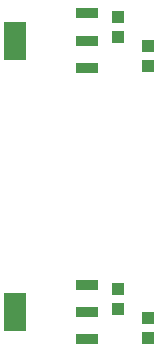
<source format=gbp>
G04*
G04 #@! TF.GenerationSoftware,Altium Limited,Altium Designer,21.3.2 (30)*
G04*
G04 Layer_Color=128*
%FSTAX24Y24*%
%MOIN*%
G70*
G04*
G04 #@! TF.SameCoordinates,B3087990-D193-403A-B466-816C1580CACB*
G04*
G04*
G04 #@! TF.FilePolarity,Positive*
G04*
G01*
G75*
%ADD25R,0.0394X0.0433*%
%ADD26R,0.0730X0.0350*%
%ADD27R,0.0730X0.1280*%
D25*
X052172Y028955D02*
D03*
Y029625D02*
D03*
X053166Y027991D02*
D03*
Y02866D02*
D03*
X052172Y038011D02*
D03*
Y03868D02*
D03*
X053166Y037046D02*
D03*
Y037715D02*
D03*
D26*
X051138Y029752D02*
D03*
Y028847D02*
D03*
Y027942D02*
D03*
Y038807D02*
D03*
Y037902D02*
D03*
Y036997D02*
D03*
D27*
X048718Y028847D02*
D03*
Y037902D02*
D03*
M02*

</source>
